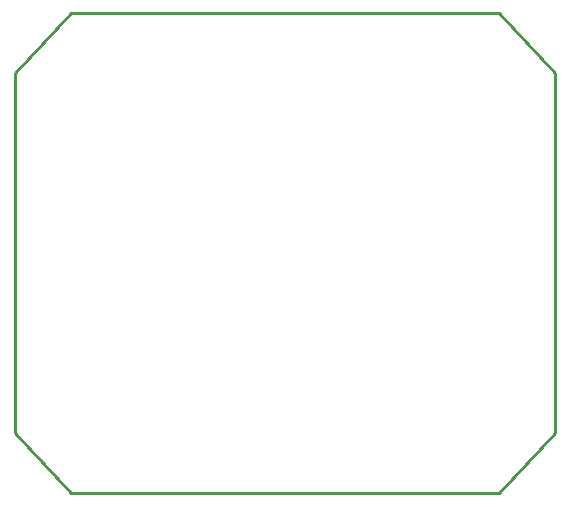
<source format=gko>
%FSLAX34Y34*%
%MOMM*%
%LNOUTLINE*%
G71*
G01*
%ADD10C, 0.25*%
%LPD*%
G54D10*
X44408Y190500D02*
X406400Y190500D01*
X454025Y139700D01*
X454025Y-165100D01*
X406400Y-215900D01*
X44450Y-215900D01*
X-3175Y-165100D01*
X-3175Y139700D01*
X44450Y190500D01*
M02*

</source>
